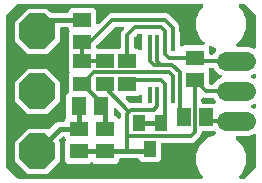
<source format=gbr>
G04 EAGLE Gerber X2 export*
%TF.Part,Single*%
%TF.FileFunction,Copper,L2,Bot,Mixed*%
%TF.FilePolarity,Positive*%
%TF.GenerationSoftware,Autodesk,EAGLE,8.6.0*%
%TF.CreationDate,2018-01-28T11:53:51Z*%
G75*
%MOMM*%
%FSLAX34Y34*%
%LPD*%
%AMOC8*
5,1,8,0,0,1.08239X$1,22.5*%
G01*
%ADD10R,0.400000X1.400000*%
%ADD11R,1.500000X1.300000*%
%ADD12R,1.300000X1.500000*%
%ADD13C,1.650000*%
%ADD14R,1.000000X1.400000*%
%ADD15P,3.247170X8X292.500000*%
%ADD16C,0.406400*%
%ADD17C,0.304800*%

G36*
X62941Y2218D02*
X62941Y2218D01*
X63041Y2220D01*
X63114Y2238D01*
X63188Y2247D01*
X63282Y2280D01*
X63379Y2305D01*
X63446Y2339D01*
X63516Y2364D01*
X63600Y2419D01*
X63689Y2465D01*
X63746Y2513D01*
X63808Y2553D01*
X63878Y2625D01*
X63955Y2690D01*
X63999Y2750D01*
X64051Y2804D01*
X64102Y2890D01*
X64162Y2971D01*
X64191Y3039D01*
X64229Y3103D01*
X64260Y3199D01*
X64300Y3291D01*
X64313Y3364D01*
X64336Y3435D01*
X64344Y3535D01*
X64362Y3634D01*
X64358Y3708D01*
X64364Y3782D01*
X64349Y3882D01*
X64344Y3982D01*
X64323Y4053D01*
X64312Y4127D01*
X64275Y4220D01*
X64247Y4317D01*
X64211Y4382D01*
X64183Y4451D01*
X64126Y4533D01*
X64077Y4621D01*
X64012Y4697D01*
X63984Y4737D01*
X63958Y4761D01*
X63918Y4807D01*
X61571Y7154D01*
X58374Y14873D01*
X58374Y23227D01*
X61571Y30946D01*
X67479Y36854D01*
X73819Y39480D01*
X73863Y39504D01*
X73911Y39521D01*
X74015Y39589D01*
X74124Y39649D01*
X74161Y39683D01*
X74203Y39710D01*
X74290Y39800D01*
X74382Y39883D01*
X74411Y39925D01*
X74446Y39961D01*
X74509Y40068D01*
X74580Y40170D01*
X74599Y40217D01*
X74624Y40260D01*
X74662Y40378D01*
X74708Y40494D01*
X74715Y40544D01*
X74731Y40592D01*
X74741Y40716D01*
X74759Y40839D01*
X74755Y40889D01*
X74759Y40939D01*
X74740Y41062D01*
X74730Y41186D01*
X74714Y41234D01*
X74707Y41284D01*
X74661Y41399D01*
X74623Y41518D01*
X74597Y41561D01*
X74578Y41608D01*
X74507Y41710D01*
X74443Y41816D01*
X74408Y41853D01*
X74379Y41894D01*
X74287Y41977D01*
X74200Y42066D01*
X74158Y42094D01*
X74121Y42127D01*
X74012Y42187D01*
X73907Y42255D01*
X73860Y42272D01*
X73815Y42296D01*
X73696Y42330D01*
X73579Y42371D01*
X73529Y42377D01*
X73480Y42391D01*
X73236Y42410D01*
X64262Y42410D01*
X64236Y42407D01*
X64210Y42409D01*
X64063Y42387D01*
X63916Y42370D01*
X63891Y42362D01*
X63865Y42358D01*
X63727Y42303D01*
X63588Y42253D01*
X63566Y42239D01*
X63541Y42229D01*
X63420Y42144D01*
X63295Y42064D01*
X63277Y42045D01*
X63255Y42030D01*
X63156Y41920D01*
X63053Y41813D01*
X63039Y41791D01*
X63022Y41771D01*
X62950Y41641D01*
X62874Y41514D01*
X62866Y41489D01*
X62853Y41466D01*
X62813Y41323D01*
X62768Y41182D01*
X62766Y41156D01*
X62758Y41131D01*
X62739Y40887D01*
X62739Y40163D01*
X61888Y38109D01*
X57141Y33362D01*
X55087Y32511D01*
X29638Y32511D01*
X29612Y32508D01*
X29586Y32510D01*
X29439Y32488D01*
X29292Y32471D01*
X29267Y32463D01*
X29241Y32459D01*
X29103Y32404D01*
X28964Y32354D01*
X28942Y32340D01*
X28917Y32330D01*
X28796Y32245D01*
X28671Y32165D01*
X28653Y32146D01*
X28631Y32131D01*
X28532Y32021D01*
X28429Y31914D01*
X28415Y31892D01*
X28398Y31872D01*
X28326Y31742D01*
X28250Y31615D01*
X28242Y31590D01*
X28229Y31567D01*
X28189Y31424D01*
X28144Y31283D01*
X28142Y31257D01*
X28134Y31232D01*
X28115Y30988D01*
X28115Y18416D01*
X25734Y16035D01*
X12366Y16035D01*
X9656Y18746D01*
X9639Y18772D01*
X9620Y18790D01*
X9605Y18812D01*
X9495Y18911D01*
X9388Y19014D01*
X9366Y19028D01*
X9346Y19045D01*
X9216Y19117D01*
X9089Y19193D01*
X9064Y19201D01*
X9041Y19214D01*
X8898Y19254D01*
X8757Y19299D01*
X8731Y19301D01*
X8706Y19309D01*
X8462Y19328D01*
X-5962Y19328D01*
X-5988Y19325D01*
X-6014Y19327D01*
X-6161Y19305D01*
X-6308Y19288D01*
X-6333Y19280D01*
X-6359Y19276D01*
X-6497Y19221D01*
X-6636Y19171D01*
X-6658Y19157D01*
X-6683Y19147D01*
X-6804Y19062D01*
X-6929Y18982D01*
X-6947Y18963D01*
X-6969Y18948D01*
X-7068Y18838D01*
X-7171Y18731D01*
X-7185Y18709D01*
X-7202Y18689D01*
X-7274Y18559D01*
X-7350Y18432D01*
X-7358Y18407D01*
X-7371Y18384D01*
X-7411Y18241D01*
X-7456Y18100D01*
X-7458Y18074D01*
X-7466Y18049D01*
X-7485Y17805D01*
X-7485Y17241D01*
X-9866Y14860D01*
X-28234Y14860D01*
X-29085Y15712D01*
X-29106Y15728D01*
X-29123Y15748D01*
X-29242Y15836D01*
X-29358Y15929D01*
X-29382Y15940D01*
X-29403Y15955D01*
X-29539Y16014D01*
X-29673Y16078D01*
X-29699Y16083D01*
X-29723Y16093D01*
X-29869Y16120D01*
X-30014Y16151D01*
X-30040Y16150D01*
X-30066Y16155D01*
X-30215Y16147D01*
X-30363Y16145D01*
X-30388Y16139D01*
X-30414Y16137D01*
X-30557Y16096D01*
X-30701Y16060D01*
X-30724Y16048D01*
X-30749Y16041D01*
X-30879Y15968D01*
X-31010Y15900D01*
X-31030Y15883D01*
X-31053Y15870D01*
X-31240Y15712D01*
X-32091Y14860D01*
X-50459Y14860D01*
X-52840Y17241D01*
X-52840Y33609D01*
X-52601Y33848D01*
X-52584Y33868D01*
X-52564Y33885D01*
X-52476Y34005D01*
X-52384Y34121D01*
X-52373Y34145D01*
X-52357Y34166D01*
X-52298Y34302D01*
X-52235Y34436D01*
X-52229Y34462D01*
X-52219Y34486D01*
X-52193Y34632D01*
X-52162Y34777D01*
X-52162Y34803D01*
X-52157Y34829D01*
X-52165Y34977D01*
X-52168Y35125D01*
X-52174Y35151D01*
X-52175Y35177D01*
X-52216Y35319D01*
X-52253Y35463D01*
X-52265Y35486D01*
X-52272Y35512D01*
X-52344Y35641D01*
X-52412Y35773D01*
X-52429Y35793D01*
X-52442Y35816D01*
X-52601Y36002D01*
X-52840Y36241D01*
X-52840Y36461D01*
X-52851Y36561D01*
X-52853Y36661D01*
X-52871Y36733D01*
X-52880Y36807D01*
X-52913Y36901D01*
X-52938Y36999D01*
X-52972Y37065D01*
X-52997Y37135D01*
X-53052Y37219D01*
X-53098Y37309D01*
X-53146Y37365D01*
X-53186Y37428D01*
X-53258Y37498D01*
X-53323Y37574D01*
X-53383Y37618D01*
X-53437Y37670D01*
X-53523Y37722D01*
X-53604Y37781D01*
X-53672Y37811D01*
X-53736Y37849D01*
X-53832Y37880D01*
X-53924Y37919D01*
X-53997Y37932D01*
X-54068Y37955D01*
X-54168Y37963D01*
X-54267Y37981D01*
X-54341Y37977D01*
X-54415Y37983D01*
X-54515Y37968D01*
X-54615Y37963D01*
X-54686Y37942D01*
X-54760Y37931D01*
X-54853Y37894D01*
X-54950Y37866D01*
X-55015Y37830D01*
X-55084Y37803D01*
X-55166Y37745D01*
X-55254Y37696D01*
X-55330Y37631D01*
X-55370Y37604D01*
X-55394Y37577D01*
X-55440Y37538D01*
X-57331Y35647D01*
X-57347Y35626D01*
X-57367Y35609D01*
X-57456Y35490D01*
X-57548Y35374D01*
X-57559Y35350D01*
X-57574Y35329D01*
X-57633Y35193D01*
X-57697Y35059D01*
X-57702Y35033D01*
X-57713Y35009D01*
X-57739Y34862D01*
X-57770Y34718D01*
X-57770Y34692D01*
X-57774Y34666D01*
X-57767Y34517D01*
X-57764Y34370D01*
X-57758Y34344D01*
X-57756Y34318D01*
X-57715Y34176D01*
X-57679Y34032D01*
X-57667Y34008D01*
X-57660Y33983D01*
X-57587Y33854D01*
X-57519Y33722D01*
X-57502Y33702D01*
X-57490Y33679D01*
X-57331Y33493D01*
X-57135Y33297D01*
X-57135Y17503D01*
X-68303Y6335D01*
X-84097Y6335D01*
X-95265Y17503D01*
X-95265Y33297D01*
X-84097Y44465D01*
X-68303Y44465D01*
X-68107Y44269D01*
X-68087Y44253D01*
X-68070Y44233D01*
X-67951Y44145D01*
X-67834Y44052D01*
X-67811Y44041D01*
X-67790Y44026D01*
X-67654Y43967D01*
X-67519Y43903D01*
X-67494Y43898D01*
X-67470Y43888D01*
X-67324Y43861D01*
X-67179Y43830D01*
X-67152Y43830D01*
X-67127Y43826D01*
X-66978Y43833D01*
X-66830Y43836D01*
X-66805Y43842D01*
X-66778Y43844D01*
X-66636Y43885D01*
X-66492Y43921D01*
X-66469Y43933D01*
X-66444Y43940D01*
X-66314Y44013D01*
X-66182Y44081D01*
X-66162Y44098D01*
X-66139Y44110D01*
X-65953Y44269D01*
X-60629Y49594D01*
X-58388Y50522D01*
X-54363Y50522D01*
X-54337Y50525D01*
X-54311Y50523D01*
X-54164Y50545D01*
X-54017Y50562D01*
X-53992Y50570D01*
X-53966Y50574D01*
X-53828Y50629D01*
X-53689Y50679D01*
X-53667Y50693D01*
X-53642Y50703D01*
X-53521Y50788D01*
X-53396Y50868D01*
X-53378Y50887D01*
X-53356Y50902D01*
X-53257Y51012D01*
X-53154Y51119D01*
X-53140Y51141D01*
X-53123Y51161D01*
X-53051Y51291D01*
X-52975Y51418D01*
X-52967Y51443D01*
X-52954Y51466D01*
X-52914Y51609D01*
X-52869Y51750D01*
X-52867Y51776D01*
X-52859Y51801D01*
X-52840Y52045D01*
X-52840Y52609D01*
X-52261Y53188D01*
X-52182Y53287D01*
X-52098Y53380D01*
X-52074Y53423D01*
X-52044Y53461D01*
X-51990Y53575D01*
X-51929Y53685D01*
X-51916Y53732D01*
X-51895Y53776D01*
X-51869Y53899D01*
X-51834Y54021D01*
X-51829Y54082D01*
X-51822Y54116D01*
X-51823Y54164D01*
X-51815Y54265D01*
X-51815Y72684D01*
X-50111Y74388D01*
X-50032Y74487D01*
X-49948Y74580D01*
X-49924Y74623D01*
X-49894Y74661D01*
X-49840Y74775D01*
X-49779Y74885D01*
X-49766Y74932D01*
X-49745Y74976D01*
X-49719Y75099D01*
X-49684Y75221D01*
X-49679Y75282D01*
X-49672Y75316D01*
X-49673Y75364D01*
X-49665Y75465D01*
X-49665Y90759D01*
X-49426Y90998D01*
X-49409Y91018D01*
X-49389Y91035D01*
X-49323Y91125D01*
X-49297Y91152D01*
X-49277Y91184D01*
X-49209Y91271D01*
X-49198Y91295D01*
X-49182Y91316D01*
X-49138Y91417D01*
X-49118Y91451D01*
X-49106Y91489D01*
X-49060Y91586D01*
X-49054Y91612D01*
X-49044Y91636D01*
X-49025Y91742D01*
X-49012Y91783D01*
X-49008Y91826D01*
X-48987Y91927D01*
X-48987Y91953D01*
X-48982Y91979D01*
X-48988Y92082D01*
X-48984Y92131D01*
X-48991Y92179D01*
X-48993Y92275D01*
X-48999Y92301D01*
X-49000Y92327D01*
X-49027Y92420D01*
X-49035Y92475D01*
X-49056Y92527D01*
X-49078Y92613D01*
X-49090Y92637D01*
X-49097Y92662D01*
X-49140Y92740D01*
X-49164Y92799D01*
X-49200Y92851D01*
X-49237Y92923D01*
X-49254Y92943D01*
X-49267Y92966D01*
X-49338Y93049D01*
X-49363Y93085D01*
X-49387Y93107D01*
X-49426Y93152D01*
X-49665Y93391D01*
X-49665Y125684D01*
X-49426Y125923D01*
X-49409Y125943D01*
X-49389Y125960D01*
X-49301Y126080D01*
X-49209Y126196D01*
X-49198Y126220D01*
X-49182Y126241D01*
X-49123Y126377D01*
X-49060Y126511D01*
X-49054Y126537D01*
X-49044Y126561D01*
X-49018Y126707D01*
X-48987Y126852D01*
X-48987Y126878D01*
X-48982Y126904D01*
X-48990Y127052D01*
X-48993Y127200D01*
X-48999Y127226D01*
X-49000Y127252D01*
X-49041Y127394D01*
X-49078Y127538D01*
X-49090Y127562D01*
X-49097Y127587D01*
X-49169Y127716D01*
X-49237Y127848D01*
X-49254Y127868D01*
X-49267Y127891D01*
X-49426Y128077D01*
X-49665Y128316D01*
X-49665Y128880D01*
X-49668Y128906D01*
X-49666Y128932D01*
X-49688Y129079D01*
X-49705Y129226D01*
X-49713Y129251D01*
X-49717Y129277D01*
X-49772Y129415D01*
X-49822Y129554D01*
X-49836Y129576D01*
X-49846Y129601D01*
X-49931Y129722D01*
X-50011Y129847D01*
X-50030Y129865D01*
X-50045Y129887D01*
X-50155Y129986D01*
X-50262Y130089D01*
X-50284Y130103D01*
X-50304Y130120D01*
X-50434Y130192D01*
X-50561Y130268D01*
X-50586Y130276D01*
X-50609Y130289D01*
X-50752Y130329D01*
X-50893Y130374D01*
X-50919Y130376D01*
X-50944Y130384D01*
X-51188Y130403D01*
X-55612Y130403D01*
X-55638Y130400D01*
X-55664Y130402D01*
X-55811Y130380D01*
X-55958Y130363D01*
X-55983Y130355D01*
X-56009Y130351D01*
X-56147Y130296D01*
X-56286Y130246D01*
X-56308Y130232D01*
X-56333Y130222D01*
X-56454Y130137D01*
X-56579Y130057D01*
X-56597Y130038D01*
X-56619Y130023D01*
X-56718Y129913D01*
X-56821Y129806D01*
X-56835Y129784D01*
X-56852Y129764D01*
X-56924Y129634D01*
X-57000Y129507D01*
X-57008Y129482D01*
X-57021Y129459D01*
X-57061Y129316D01*
X-57106Y129175D01*
X-57108Y129149D01*
X-57116Y129124D01*
X-57135Y128880D01*
X-57135Y119103D01*
X-68303Y107935D01*
X-84097Y107935D01*
X-95265Y119103D01*
X-95265Y134897D01*
X-84097Y146065D01*
X-68303Y146065D01*
X-65281Y143043D01*
X-65182Y142964D01*
X-65088Y142880D01*
X-65046Y142856D01*
X-65008Y142826D01*
X-64894Y142772D01*
X-64783Y142711D01*
X-64737Y142698D01*
X-64693Y142677D01*
X-64570Y142651D01*
X-64448Y142616D01*
X-64387Y142611D01*
X-64353Y142604D01*
X-64304Y142605D01*
X-64204Y142597D01*
X-51188Y142597D01*
X-51162Y142600D01*
X-51136Y142598D01*
X-50989Y142620D01*
X-50842Y142637D01*
X-50817Y142645D01*
X-50791Y142649D01*
X-50653Y142704D01*
X-50514Y142754D01*
X-50492Y142768D01*
X-50467Y142778D01*
X-50346Y142863D01*
X-50221Y142943D01*
X-50203Y142962D01*
X-50181Y142977D01*
X-50082Y143087D01*
X-49979Y143194D01*
X-49965Y143216D01*
X-49948Y143236D01*
X-49876Y143366D01*
X-49800Y143493D01*
X-49792Y143518D01*
X-49779Y143541D01*
X-49739Y143684D01*
X-49694Y143825D01*
X-49692Y143851D01*
X-49684Y143876D01*
X-49665Y144120D01*
X-49665Y144684D01*
X-47284Y147065D01*
X-28916Y147065D01*
X-26535Y144684D01*
X-26535Y134271D01*
X-26524Y134171D01*
X-26522Y134071D01*
X-26504Y133999D01*
X-26495Y133925D01*
X-26462Y133830D01*
X-26437Y133733D01*
X-26403Y133667D01*
X-26378Y133597D01*
X-26323Y133512D01*
X-26277Y133423D01*
X-26229Y133366D01*
X-26189Y133304D01*
X-26117Y133234D01*
X-26052Y133157D01*
X-25992Y133113D01*
X-25938Y133062D01*
X-25852Y133010D01*
X-25771Y132950D01*
X-25703Y132921D01*
X-25639Y132883D01*
X-25543Y132852D01*
X-25451Y132812D01*
X-25378Y132799D01*
X-25307Y132776D01*
X-25207Y132768D01*
X-25108Y132751D01*
X-25034Y132754D01*
X-24960Y132748D01*
X-24860Y132763D01*
X-24760Y132769D01*
X-24689Y132789D01*
X-24615Y132800D01*
X-24522Y132837D01*
X-24425Y132865D01*
X-24360Y132901D01*
X-24291Y132929D01*
X-24209Y132986D01*
X-24121Y133035D01*
X-24045Y133100D01*
X-24005Y133128D01*
X-23981Y133154D01*
X-23935Y133194D01*
X-15866Y141263D01*
X-13812Y142114D01*
X32862Y142114D01*
X34916Y141263D01*
X36702Y139477D01*
X36702Y139476D01*
X43063Y133116D01*
X43914Y131062D01*
X43914Y127041D01*
X43928Y126915D01*
X43935Y126789D01*
X43948Y126742D01*
X43954Y126694D01*
X43996Y126575D01*
X44031Y126454D01*
X44055Y126412D01*
X44071Y126366D01*
X44140Y126260D01*
X44201Y126150D01*
X44241Y126104D01*
X44260Y126074D01*
X44295Y126040D01*
X44360Y125964D01*
X44390Y125934D01*
X44390Y115416D01*
X44401Y115316D01*
X44403Y115215D01*
X44421Y115143D01*
X44430Y115069D01*
X44463Y114975D01*
X44488Y114877D01*
X44522Y114811D01*
X44547Y114741D01*
X44602Y114657D01*
X44648Y114568D01*
X44696Y114511D01*
X44736Y114448D01*
X44808Y114379D01*
X44873Y114302D01*
X44933Y114258D01*
X44987Y114206D01*
X45073Y114155D01*
X45154Y114095D01*
X45222Y114066D01*
X45286Y114027D01*
X45382Y113997D01*
X45474Y113957D01*
X45547Y113944D01*
X45618Y113921D01*
X45718Y113913D01*
X45817Y113895D01*
X45891Y113899D01*
X45965Y113893D01*
X46065Y113908D01*
X46165Y113913D01*
X46236Y113934D01*
X46310Y113945D01*
X46403Y113982D01*
X46500Y114010D01*
X46565Y114046D01*
X46634Y114074D01*
X46716Y114131D01*
X46804Y114180D01*
X46880Y114245D01*
X46920Y114273D01*
X46944Y114299D01*
X46990Y114338D01*
X47966Y115315D01*
X64033Y115315D01*
X64133Y115326D01*
X64233Y115328D01*
X64306Y115346D01*
X64380Y115355D01*
X64474Y115388D01*
X64571Y115413D01*
X64638Y115447D01*
X64708Y115472D01*
X64792Y115527D01*
X64881Y115573D01*
X64938Y115621D01*
X65000Y115661D01*
X65070Y115733D01*
X65147Y115798D01*
X65191Y115858D01*
X65243Y115912D01*
X65294Y115998D01*
X65354Y116079D01*
X65383Y116147D01*
X65421Y116211D01*
X65452Y116307D01*
X65492Y116399D01*
X65505Y116472D01*
X65528Y116543D01*
X65536Y116643D01*
X65554Y116742D01*
X65550Y116816D01*
X65556Y116890D01*
X65541Y116990D01*
X65536Y117090D01*
X65515Y117161D01*
X65504Y117235D01*
X65467Y117328D01*
X65439Y117425D01*
X65403Y117490D01*
X65375Y117559D01*
X65318Y117641D01*
X65269Y117729D01*
X65204Y117805D01*
X65176Y117845D01*
X65150Y117869D01*
X65110Y117915D01*
X61571Y121454D01*
X58374Y129173D01*
X58374Y137527D01*
X61571Y145246D01*
X63918Y147593D01*
X63981Y147671D01*
X64051Y147744D01*
X64089Y147808D01*
X64135Y147866D01*
X64178Y147957D01*
X64229Y148043D01*
X64252Y148114D01*
X64284Y148181D01*
X64305Y148279D01*
X64336Y148375D01*
X64342Y148449D01*
X64357Y148522D01*
X64356Y148622D01*
X64364Y148722D01*
X64353Y148796D01*
X64351Y148870D01*
X64327Y148967D01*
X64312Y149067D01*
X64284Y149136D01*
X64266Y149208D01*
X64220Y149297D01*
X64183Y149391D01*
X64141Y149452D01*
X64107Y149518D01*
X64042Y149594D01*
X63984Y149677D01*
X63929Y149727D01*
X63881Y149783D01*
X63800Y149843D01*
X63726Y149910D01*
X63660Y149946D01*
X63601Y149991D01*
X63508Y150030D01*
X63420Y150079D01*
X63349Y150099D01*
X63281Y150129D01*
X63182Y150146D01*
X63085Y150174D01*
X62985Y150182D01*
X62938Y150190D01*
X62902Y150188D01*
X62841Y150193D01*
X-92390Y150193D01*
X-92515Y150179D01*
X-92642Y150172D01*
X-92688Y150159D01*
X-92736Y150153D01*
X-92855Y150111D01*
X-92977Y150076D01*
X-93019Y150052D01*
X-93064Y150036D01*
X-93170Y149967D01*
X-93281Y149906D01*
X-93327Y149866D01*
X-93357Y149847D01*
X-93391Y149812D01*
X-93467Y149747D01*
X-102122Y141092D01*
X-102201Y140993D01*
X-102285Y140899D01*
X-102309Y140857D01*
X-102339Y140819D01*
X-102393Y140705D01*
X-102454Y140594D01*
X-102467Y140548D01*
X-102488Y140504D01*
X-102514Y140380D01*
X-102549Y140259D01*
X-102554Y140198D01*
X-102561Y140163D01*
X-102560Y140115D01*
X-102568Y140015D01*
X-102568Y12385D01*
X-102554Y12260D01*
X-102547Y12133D01*
X-102534Y12087D01*
X-102528Y12039D01*
X-102486Y11920D01*
X-102451Y11798D01*
X-102427Y11756D01*
X-102411Y11711D01*
X-102342Y11605D01*
X-102281Y11494D01*
X-102241Y11448D01*
X-102222Y11418D01*
X-102187Y11384D01*
X-102122Y11308D01*
X-93467Y2653D01*
X-93368Y2574D01*
X-93274Y2490D01*
X-93232Y2466D01*
X-93194Y2436D01*
X-93080Y2382D01*
X-92969Y2321D01*
X-92923Y2308D01*
X-92879Y2287D01*
X-92756Y2261D01*
X-92634Y2226D01*
X-92573Y2221D01*
X-92538Y2214D01*
X-92490Y2215D01*
X-92390Y2207D01*
X62841Y2207D01*
X62941Y2218D01*
G37*
%LPC*%
G36*
X-84097Y57135D02*
X-84097Y57135D01*
X-95265Y68303D01*
X-95265Y84097D01*
X-84097Y95265D01*
X-68303Y95265D01*
X-57135Y84097D01*
X-57135Y68303D01*
X-68303Y57135D01*
X-84097Y57135D01*
G37*
%LPD*%
G36*
X98865Y2221D02*
X98865Y2221D01*
X98992Y2228D01*
X99038Y2241D01*
X99086Y2247D01*
X99205Y2289D01*
X99327Y2324D01*
X99369Y2348D01*
X99414Y2364D01*
X99521Y2433D01*
X99631Y2494D01*
X99677Y2534D01*
X99707Y2553D01*
X99741Y2588D01*
X99817Y2653D01*
X108472Y11308D01*
X108551Y11407D01*
X108635Y11501D01*
X108659Y11543D01*
X108689Y11581D01*
X108743Y11695D01*
X108804Y11806D01*
X108817Y11852D01*
X108838Y11896D01*
X108864Y12020D01*
X108899Y12141D01*
X108904Y12202D01*
X108911Y12237D01*
X108910Y12285D01*
X108918Y12385D01*
X108918Y38750D01*
X108901Y38899D01*
X108889Y39050D01*
X108881Y39073D01*
X108878Y39097D01*
X108828Y39238D01*
X108782Y39381D01*
X108769Y39402D01*
X108761Y39425D01*
X108679Y39551D01*
X108602Y39680D01*
X108585Y39697D01*
X108572Y39718D01*
X108463Y39822D01*
X108359Y39930D01*
X108339Y39943D01*
X108321Y39960D01*
X108192Y40037D01*
X108066Y40118D01*
X108043Y40126D01*
X108022Y40139D01*
X107879Y40184D01*
X107737Y40235D01*
X107713Y40237D01*
X107690Y40245D01*
X107541Y40257D01*
X107391Y40274D01*
X107367Y40271D01*
X107343Y40273D01*
X107194Y40250D01*
X107045Y40233D01*
X107017Y40224D01*
X106998Y40221D01*
X106954Y40204D01*
X106812Y40158D01*
X102775Y38485D01*
X93317Y38485D01*
X93217Y38474D01*
X93117Y38472D01*
X93044Y38454D01*
X92970Y38445D01*
X92876Y38412D01*
X92779Y38387D01*
X92712Y38353D01*
X92642Y38328D01*
X92558Y38273D01*
X92469Y38227D01*
X92412Y38179D01*
X92350Y38139D01*
X92280Y38067D01*
X92203Y38002D01*
X92159Y37942D01*
X92107Y37888D01*
X92056Y37802D01*
X91996Y37721D01*
X91967Y37653D01*
X91929Y37589D01*
X91898Y37493D01*
X91858Y37401D01*
X91845Y37328D01*
X91822Y37257D01*
X91814Y37157D01*
X91796Y37058D01*
X91800Y36984D01*
X91794Y36910D01*
X91809Y36810D01*
X91814Y36710D01*
X91835Y36639D01*
X91846Y36565D01*
X91883Y36472D01*
X91911Y36375D01*
X91947Y36310D01*
X91975Y36241D01*
X92032Y36159D01*
X92081Y36071D01*
X92146Y35995D01*
X92174Y35955D01*
X92200Y35931D01*
X92240Y35885D01*
X97179Y30946D01*
X100376Y23227D01*
X100376Y14873D01*
X97179Y7154D01*
X94832Y4807D01*
X94769Y4729D01*
X94699Y4656D01*
X94661Y4592D01*
X94615Y4534D01*
X94572Y4443D01*
X94521Y4357D01*
X94498Y4286D01*
X94466Y4219D01*
X94445Y4121D01*
X94414Y4025D01*
X94408Y3951D01*
X94393Y3878D01*
X94394Y3778D01*
X94386Y3678D01*
X94397Y3604D01*
X94399Y3530D01*
X94423Y3433D01*
X94438Y3333D01*
X94466Y3264D01*
X94484Y3192D01*
X94530Y3103D01*
X94567Y3009D01*
X94609Y2948D01*
X94643Y2882D01*
X94708Y2806D01*
X94766Y2723D01*
X94821Y2673D01*
X94869Y2617D01*
X94950Y2557D01*
X95024Y2490D01*
X95090Y2454D01*
X95149Y2409D01*
X95242Y2370D01*
X95330Y2321D01*
X95401Y2301D01*
X95469Y2271D01*
X95568Y2254D01*
X95665Y2226D01*
X95765Y2218D01*
X95812Y2210D01*
X95848Y2212D01*
X95909Y2207D01*
X98740Y2207D01*
X98865Y2221D01*
G37*
G36*
X107471Y112131D02*
X107471Y112131D01*
X107495Y112130D01*
X107643Y112157D01*
X107792Y112179D01*
X107814Y112188D01*
X107838Y112192D01*
X107976Y112252D01*
X108116Y112308D01*
X108136Y112321D01*
X108158Y112331D01*
X108279Y112421D01*
X108402Y112507D01*
X108418Y112525D01*
X108438Y112539D01*
X108535Y112654D01*
X108635Y112765D01*
X108647Y112787D01*
X108663Y112805D01*
X108731Y112939D01*
X108804Y113070D01*
X108810Y113094D01*
X108821Y113115D01*
X108858Y113261D01*
X108899Y113406D01*
X108901Y113435D01*
X108906Y113453D01*
X108906Y113500D01*
X108918Y113650D01*
X108918Y140015D01*
X108904Y140140D01*
X108897Y140267D01*
X108884Y140313D01*
X108878Y140361D01*
X108836Y140480D01*
X108801Y140602D01*
X108777Y140644D01*
X108761Y140689D01*
X108692Y140795D01*
X108631Y140906D01*
X108591Y140952D01*
X108572Y140982D01*
X108537Y141016D01*
X108472Y141092D01*
X99817Y149747D01*
X99718Y149826D01*
X99624Y149910D01*
X99582Y149934D01*
X99544Y149964D01*
X99430Y150018D01*
X99319Y150079D01*
X99273Y150092D01*
X99229Y150113D01*
X99105Y150139D01*
X98984Y150174D01*
X98923Y150179D01*
X98888Y150186D01*
X98840Y150185D01*
X98740Y150193D01*
X95909Y150193D01*
X95809Y150182D01*
X95709Y150180D01*
X95636Y150162D01*
X95562Y150153D01*
X95468Y150120D01*
X95371Y150095D01*
X95304Y150061D01*
X95234Y150036D01*
X95150Y149981D01*
X95061Y149935D01*
X95004Y149887D01*
X94942Y149847D01*
X94872Y149775D01*
X94795Y149710D01*
X94751Y149650D01*
X94699Y149596D01*
X94648Y149510D01*
X94588Y149429D01*
X94559Y149361D01*
X94521Y149297D01*
X94490Y149201D01*
X94450Y149109D01*
X94437Y149036D01*
X94414Y148965D01*
X94406Y148865D01*
X94388Y148766D01*
X94392Y148692D01*
X94386Y148618D01*
X94401Y148518D01*
X94406Y148418D01*
X94427Y148347D01*
X94438Y148273D01*
X94475Y148180D01*
X94503Y148083D01*
X94539Y148018D01*
X94567Y147949D01*
X94624Y147867D01*
X94673Y147779D01*
X94738Y147703D01*
X94766Y147663D01*
X94792Y147639D01*
X94832Y147593D01*
X97179Y145246D01*
X100376Y137527D01*
X100376Y129173D01*
X97179Y121454D01*
X92240Y116515D01*
X92177Y116437D01*
X92107Y116364D01*
X92069Y116300D01*
X92023Y116242D01*
X91980Y116151D01*
X91929Y116065D01*
X91906Y115994D01*
X91874Y115927D01*
X91853Y115829D01*
X91822Y115733D01*
X91816Y115659D01*
X91801Y115586D01*
X91802Y115486D01*
X91794Y115386D01*
X91805Y115312D01*
X91807Y115238D01*
X91831Y115141D01*
X91846Y115041D01*
X91874Y114972D01*
X91892Y114900D01*
X91938Y114810D01*
X91975Y114717D01*
X92017Y114656D01*
X92051Y114590D01*
X92116Y114513D01*
X92174Y114431D01*
X92229Y114381D01*
X92277Y114325D01*
X92358Y114265D01*
X92432Y114198D01*
X92498Y114162D01*
X92557Y114117D01*
X92650Y114078D01*
X92738Y114029D01*
X92809Y114009D01*
X92877Y113979D01*
X92976Y113962D01*
X93073Y113934D01*
X93173Y113926D01*
X93220Y113918D01*
X93256Y113920D01*
X93317Y113915D01*
X102775Y113915D01*
X106812Y112242D01*
X106957Y112201D01*
X107100Y112155D01*
X107124Y112153D01*
X107147Y112147D01*
X107298Y112139D01*
X107447Y112127D01*
X107471Y112131D01*
G37*
G36*
X-7086Y112143D02*
X-7086Y112143D01*
X-7060Y112141D01*
X-6913Y112163D01*
X-6766Y112180D01*
X-6741Y112188D01*
X-6715Y112192D01*
X-6577Y112247D01*
X-6438Y112297D01*
X-6416Y112311D01*
X-6391Y112321D01*
X-6270Y112406D01*
X-6145Y112486D01*
X-6127Y112505D01*
X-6105Y112520D01*
X-6006Y112630D01*
X-5903Y112737D01*
X-5889Y112759D01*
X-5872Y112779D01*
X-5800Y112909D01*
X-5724Y113036D01*
X-5716Y113061D01*
X-5703Y113084D01*
X-5663Y113227D01*
X-5618Y113368D01*
X-5616Y113394D01*
X-5608Y113419D01*
X-5589Y113663D01*
X-5589Y124937D01*
X-4738Y126991D01*
X-3393Y128336D01*
X-3330Y128415D01*
X-3261Y128487D01*
X-3222Y128551D01*
X-3176Y128609D01*
X-3133Y128700D01*
X-3082Y128786D01*
X-3059Y128857D01*
X-3027Y128924D01*
X-3006Y129022D01*
X-2975Y129118D01*
X-2969Y129192D01*
X-2954Y129265D01*
X-2956Y129365D01*
X-2947Y129465D01*
X-2959Y129539D01*
X-2960Y129613D01*
X-2984Y129710D01*
X-2999Y129810D01*
X-3027Y129879D01*
X-3045Y129951D01*
X-3091Y130040D01*
X-3128Y130134D01*
X-3170Y130195D01*
X-3204Y130261D01*
X-3270Y130337D01*
X-3327Y130420D01*
X-3382Y130470D01*
X-3430Y130526D01*
X-3511Y130586D01*
X-3586Y130653D01*
X-3651Y130689D01*
X-3711Y130734D01*
X-3803Y130773D01*
X-3891Y130822D01*
X-3962Y130842D01*
X-4031Y130872D01*
X-4129Y130889D01*
X-4226Y130917D01*
X-4326Y130925D01*
X-4374Y130933D01*
X-4409Y130931D01*
X-4470Y130936D01*
X-9754Y130936D01*
X-9880Y130922D01*
X-10006Y130915D01*
X-10052Y130902D01*
X-10100Y130896D01*
X-10219Y130854D01*
X-10341Y130819D01*
X-10383Y130795D01*
X-10428Y130779D01*
X-10535Y130710D01*
X-10645Y130649D01*
X-10691Y130609D01*
X-10721Y130590D01*
X-10755Y130555D01*
X-10831Y130490D01*
X-26089Y115232D01*
X-26168Y115133D01*
X-26252Y115039D01*
X-26276Y114997D01*
X-26306Y114959D01*
X-26360Y114845D01*
X-26421Y114734D01*
X-26434Y114688D01*
X-26455Y114644D01*
X-26481Y114521D01*
X-26516Y114399D01*
X-26521Y114338D01*
X-26528Y114303D01*
X-26527Y114255D01*
X-26535Y114155D01*
X-26535Y113663D01*
X-26532Y113637D01*
X-26534Y113611D01*
X-26512Y113464D01*
X-26495Y113317D01*
X-26487Y113292D01*
X-26483Y113266D01*
X-26428Y113128D01*
X-26378Y112989D01*
X-26364Y112967D01*
X-26354Y112942D01*
X-26269Y112821D01*
X-26189Y112696D01*
X-26170Y112678D01*
X-26155Y112656D01*
X-26045Y112557D01*
X-25938Y112454D01*
X-25916Y112440D01*
X-25896Y112423D01*
X-25766Y112351D01*
X-25639Y112275D01*
X-25614Y112267D01*
X-25591Y112254D01*
X-25448Y112214D01*
X-25307Y112169D01*
X-25281Y112167D01*
X-25256Y112159D01*
X-25012Y112140D01*
X-7112Y112140D01*
X-7086Y112143D01*
G37*
G36*
X71869Y81797D02*
X71869Y81797D01*
X71945Y81796D01*
X72041Y81817D01*
X72139Y81829D01*
X72211Y81854D01*
X72286Y81871D01*
X72374Y81913D01*
X72467Y81946D01*
X72531Y81988D01*
X72600Y82020D01*
X72677Y82082D01*
X72760Y82135D01*
X72813Y82190D01*
X72873Y82238D01*
X72934Y82315D01*
X73002Y82386D01*
X73041Y82451D01*
X73089Y82511D01*
X73157Y82644D01*
X73181Y82685D01*
X73187Y82703D01*
X73200Y82729D01*
X73385Y83176D01*
X76849Y86640D01*
X78908Y87493D01*
X78996Y87542D01*
X79088Y87582D01*
X79148Y87626D01*
X79213Y87662D01*
X79287Y87729D01*
X79368Y87789D01*
X79416Y87846D01*
X79471Y87896D01*
X79528Y87979D01*
X79593Y88055D01*
X79627Y88122D01*
X79669Y88183D01*
X79706Y88276D01*
X79752Y88366D01*
X79770Y88438D01*
X79797Y88507D01*
X79811Y88606D01*
X79836Y88704D01*
X79837Y88778D01*
X79848Y88852D01*
X79839Y88952D01*
X79841Y89052D01*
X79825Y89125D01*
X79819Y89199D01*
X79788Y89295D01*
X79766Y89393D01*
X79735Y89460D01*
X79712Y89531D01*
X79660Y89617D01*
X79617Y89708D01*
X79570Y89766D01*
X79532Y89829D01*
X79462Y89901D01*
X79399Y89980D01*
X79341Y90026D01*
X79289Y90079D01*
X79205Y90134D01*
X79126Y90196D01*
X79036Y90242D01*
X78996Y90268D01*
X78962Y90280D01*
X78908Y90307D01*
X76849Y91160D01*
X73385Y94624D01*
X73200Y95071D01*
X73163Y95138D01*
X73135Y95209D01*
X73079Y95290D01*
X73031Y95376D01*
X72979Y95432D01*
X72936Y95495D01*
X72863Y95561D01*
X72797Y95634D01*
X72734Y95677D01*
X72677Y95728D01*
X72591Y95776D01*
X72510Y95832D01*
X72439Y95860D01*
X72372Y95897D01*
X72277Y95924D01*
X72186Y95960D01*
X72110Y95971D01*
X72037Y95992D01*
X71888Y96004D01*
X71841Y96011D01*
X71822Y96009D01*
X71793Y96011D01*
X70238Y96011D01*
X70212Y96008D01*
X70186Y96010D01*
X70039Y95988D01*
X69892Y95971D01*
X69867Y95963D01*
X69841Y95959D01*
X69703Y95904D01*
X69564Y95854D01*
X69542Y95840D01*
X69517Y95830D01*
X69396Y95745D01*
X69271Y95665D01*
X69253Y95646D01*
X69231Y95631D01*
X69132Y95521D01*
X69029Y95414D01*
X69015Y95392D01*
X68998Y95372D01*
X68926Y95242D01*
X68850Y95115D01*
X68842Y95090D01*
X68829Y95067D01*
X68789Y94924D01*
X68744Y94783D01*
X68742Y94757D01*
X68734Y94732D01*
X68715Y94488D01*
X68715Y83312D01*
X68718Y83286D01*
X68716Y83260D01*
X68738Y83113D01*
X68755Y82966D01*
X68763Y82941D01*
X68767Y82915D01*
X68822Y82777D01*
X68872Y82638D01*
X68886Y82616D01*
X68896Y82591D01*
X68981Y82470D01*
X69061Y82345D01*
X69080Y82327D01*
X69095Y82305D01*
X69205Y82206D01*
X69312Y82103D01*
X69334Y82089D01*
X69354Y82072D01*
X69484Y82000D01*
X69611Y81924D01*
X69636Y81916D01*
X69659Y81903D01*
X69802Y81863D01*
X69943Y81818D01*
X69969Y81816D01*
X69994Y81808D01*
X70238Y81789D01*
X71793Y81789D01*
X71869Y81797D01*
G37*
G36*
X11363Y110729D02*
X11363Y110729D01*
X11437Y110731D01*
X11534Y110755D01*
X11634Y110770D01*
X11703Y110797D01*
X11775Y110816D01*
X11864Y110862D01*
X11958Y110899D01*
X12019Y110941D01*
X12085Y110975D01*
X12161Y111040D01*
X12244Y111098D01*
X12294Y111153D01*
X12350Y111201D01*
X12410Y111282D01*
X12477Y111356D01*
X12513Y111422D01*
X12558Y111481D01*
X12597Y111573D01*
X12646Y111661D01*
X12666Y111733D01*
X12696Y111801D01*
X12713Y111900D01*
X12741Y111997D01*
X12749Y112097D01*
X12757Y112144D01*
X12755Y112180D01*
X12760Y112241D01*
X12760Y123063D01*
X12757Y123089D01*
X12759Y123115D01*
X12737Y123262D01*
X12720Y123409D01*
X12712Y123434D01*
X12708Y123460D01*
X12653Y123598D01*
X12603Y123737D01*
X12589Y123759D01*
X12579Y123784D01*
X12494Y123905D01*
X12414Y124030D01*
X12395Y124048D01*
X12380Y124070D01*
X12270Y124169D01*
X12163Y124272D01*
X12141Y124286D01*
X12121Y124303D01*
X11991Y124375D01*
X11864Y124451D01*
X11839Y124459D01*
X11816Y124472D01*
X11673Y124512D01*
X11532Y124557D01*
X11506Y124559D01*
X11481Y124567D01*
X11237Y124586D01*
X9296Y124586D01*
X9170Y124572D01*
X9044Y124565D01*
X8998Y124552D01*
X8950Y124546D01*
X8831Y124504D01*
X8709Y124469D01*
X8667Y124445D01*
X8622Y124429D01*
X8515Y124360D01*
X8405Y124299D01*
X8359Y124259D01*
X8329Y124240D01*
X8295Y124205D01*
X8219Y124140D01*
X6035Y121956D01*
X5956Y121857D01*
X5872Y121763D01*
X5848Y121721D01*
X5818Y121683D01*
X5764Y121569D01*
X5703Y121458D01*
X5690Y121412D01*
X5669Y121368D01*
X5643Y121245D01*
X5608Y121123D01*
X5603Y121062D01*
X5596Y121027D01*
X5597Y120979D01*
X5589Y120879D01*
X5589Y113663D01*
X5592Y113637D01*
X5590Y113611D01*
X5612Y113464D01*
X5629Y113317D01*
X5637Y113292D01*
X5641Y113266D01*
X5696Y113128D01*
X5746Y112989D01*
X5760Y112967D01*
X5770Y112942D01*
X5855Y112821D01*
X5935Y112696D01*
X5954Y112678D01*
X5969Y112656D01*
X6079Y112557D01*
X6186Y112454D01*
X6208Y112440D01*
X6228Y112423D01*
X6358Y112351D01*
X6485Y112275D01*
X6510Y112267D01*
X6533Y112254D01*
X6676Y112214D01*
X6817Y112169D01*
X6843Y112167D01*
X6868Y112159D01*
X7112Y112140D01*
X9184Y112140D01*
X10160Y111163D01*
X10239Y111101D01*
X10311Y111031D01*
X10375Y110993D01*
X10433Y110947D01*
X10524Y110904D01*
X10610Y110852D01*
X10681Y110830D01*
X10748Y110798D01*
X10846Y110777D01*
X10942Y110746D01*
X11016Y110740D01*
X11089Y110725D01*
X11189Y110726D01*
X11289Y110718D01*
X11363Y110729D01*
G37*
G36*
X11263Y65917D02*
X11263Y65917D01*
X11289Y65915D01*
X11436Y65937D01*
X11583Y65954D01*
X11608Y65962D01*
X11634Y65966D01*
X11772Y66021D01*
X11911Y66071D01*
X11933Y66085D01*
X11958Y66095D01*
X12079Y66180D01*
X12204Y66260D01*
X12222Y66279D01*
X12244Y66294D01*
X12343Y66404D01*
X12446Y66511D01*
X12460Y66533D01*
X12477Y66553D01*
X12549Y66683D01*
X12625Y66810D01*
X12633Y66835D01*
X12646Y66858D01*
X12686Y67001D01*
X12731Y67142D01*
X12733Y67168D01*
X12741Y67193D01*
X12760Y67437D01*
X12760Y71909D01*
X12749Y72009D01*
X12747Y72110D01*
X12729Y72182D01*
X12720Y72256D01*
X12687Y72350D01*
X12662Y72448D01*
X12628Y72514D01*
X12603Y72584D01*
X12548Y72668D01*
X12502Y72757D01*
X12454Y72814D01*
X12414Y72877D01*
X12342Y72946D01*
X12277Y73023D01*
X12217Y73067D01*
X12163Y73119D01*
X12077Y73170D01*
X11996Y73230D01*
X11928Y73259D01*
X11864Y73298D01*
X11768Y73328D01*
X11676Y73368D01*
X11603Y73381D01*
X11532Y73404D01*
X11432Y73412D01*
X11333Y73430D01*
X11259Y73426D01*
X11185Y73432D01*
X11085Y73417D01*
X10985Y73412D01*
X10914Y73391D01*
X10840Y73380D01*
X10747Y73343D01*
X10650Y73315D01*
X10585Y73279D01*
X10516Y73251D01*
X10434Y73194D01*
X10346Y73145D01*
X10270Y73080D01*
X10230Y73052D01*
X10206Y73026D01*
X10160Y72987D01*
X9184Y72010D01*
X-104Y72010D01*
X-204Y71999D01*
X-304Y71997D01*
X-376Y71979D01*
X-450Y71970D01*
X-545Y71937D01*
X-642Y71912D01*
X-708Y71878D01*
X-778Y71853D01*
X-863Y71798D01*
X-952Y71752D01*
X-1009Y71704D01*
X-1071Y71664D01*
X-1141Y71592D01*
X-1218Y71527D01*
X-1262Y71467D01*
X-1313Y71413D01*
X-1365Y71327D01*
X-1425Y71246D01*
X-1454Y71178D01*
X-1492Y71114D01*
X-1523Y71018D01*
X-1563Y70926D01*
X-1576Y70853D01*
X-1599Y70782D01*
X-1607Y70682D01*
X-1624Y70583D01*
X-1621Y70509D01*
X-1627Y70435D01*
X-1612Y70335D01*
X-1606Y70235D01*
X-1586Y70164D01*
X-1575Y70090D01*
X-1538Y69997D01*
X-1510Y69900D01*
X-1474Y69835D01*
X-1446Y69766D01*
X-1389Y69684D01*
X-1340Y69596D01*
X-1275Y69520D01*
X-1247Y69480D01*
X-1221Y69456D01*
X-1181Y69410D01*
X1869Y66360D01*
X1968Y66281D01*
X2062Y66197D01*
X2104Y66173D01*
X2142Y66143D01*
X2256Y66089D01*
X2367Y66028D01*
X2413Y66015D01*
X2457Y65994D01*
X2580Y65968D01*
X2702Y65933D01*
X2763Y65928D01*
X2798Y65921D01*
X2846Y65922D01*
X2946Y65914D01*
X11237Y65914D01*
X11263Y65917D01*
G37*
G36*
X73492Y65551D02*
X73492Y65551D01*
X73592Y65553D01*
X73665Y65571D01*
X73738Y65580D01*
X73833Y65613D01*
X73930Y65638D01*
X73996Y65672D01*
X74066Y65697D01*
X74151Y65752D01*
X74240Y65798D01*
X74297Y65846D01*
X74359Y65886D01*
X74429Y65958D01*
X74506Y66023D01*
X74550Y66083D01*
X74601Y66137D01*
X74653Y66223D01*
X74713Y66304D01*
X74742Y66372D01*
X74780Y66436D01*
X74811Y66532D01*
X74851Y66624D01*
X74864Y66697D01*
X74887Y66768D01*
X74895Y66868D01*
X74912Y66967D01*
X74909Y67041D01*
X74915Y67115D01*
X74900Y67215D01*
X74894Y67315D01*
X74874Y67386D01*
X74863Y67460D01*
X74826Y67553D01*
X74798Y67650D01*
X74762Y67715D01*
X74734Y67784D01*
X74677Y67866D01*
X74628Y67954D01*
X74563Y68030D01*
X74535Y68070D01*
X74509Y68094D01*
X74469Y68140D01*
X73385Y69224D01*
X73200Y69671D01*
X73163Y69738D01*
X73135Y69809D01*
X73079Y69890D01*
X73031Y69976D01*
X72979Y70032D01*
X72936Y70095D01*
X72863Y70161D01*
X72797Y70234D01*
X72734Y70277D01*
X72677Y70328D01*
X72591Y70376D01*
X72510Y70432D01*
X72439Y70460D01*
X72372Y70497D01*
X72277Y70524D01*
X72186Y70560D01*
X72110Y70571D01*
X72037Y70592D01*
X71888Y70604D01*
X71841Y70611D01*
X71822Y70609D01*
X71793Y70611D01*
X65588Y70611D01*
X64845Y70919D01*
X64700Y70960D01*
X64557Y71006D01*
X64533Y71008D01*
X64510Y71015D01*
X64359Y71022D01*
X64210Y71034D01*
X64186Y71031D01*
X64162Y71032D01*
X64014Y71005D01*
X63865Y70983D01*
X63843Y70974D01*
X63819Y70969D01*
X63681Y70909D01*
X63541Y70854D01*
X63521Y70840D01*
X63499Y70830D01*
X63378Y70741D01*
X63255Y70655D01*
X63239Y70637D01*
X63219Y70623D01*
X63122Y70507D01*
X63022Y70396D01*
X63010Y70375D01*
X62994Y70357D01*
X62926Y70223D01*
X62853Y70091D01*
X62847Y70068D01*
X62836Y70046D01*
X62799Y69900D01*
X62758Y69756D01*
X62756Y69727D01*
X62751Y69708D01*
X62751Y69661D01*
X62739Y69512D01*
X62739Y67063D01*
X62742Y67037D01*
X62740Y67011D01*
X62762Y66864D01*
X62779Y66717D01*
X62787Y66692D01*
X62791Y66666D01*
X62846Y66528D01*
X62896Y66389D01*
X62910Y66367D01*
X62920Y66342D01*
X63005Y66221D01*
X63085Y66096D01*
X63104Y66078D01*
X63119Y66056D01*
X63229Y65957D01*
X63336Y65854D01*
X63358Y65840D01*
X63378Y65823D01*
X63508Y65751D01*
X63635Y65675D01*
X63660Y65667D01*
X63683Y65654D01*
X63826Y65614D01*
X63967Y65569D01*
X63993Y65567D01*
X64018Y65559D01*
X64262Y65540D01*
X73392Y65540D01*
X73492Y65551D01*
G37*
G36*
X-6986Y52878D02*
X-6986Y52878D01*
X-6912Y52880D01*
X-6815Y52904D01*
X-6715Y52919D01*
X-6646Y52946D01*
X-6574Y52965D01*
X-6485Y53011D01*
X-6391Y53048D01*
X-6330Y53090D01*
X-6264Y53124D01*
X-6188Y53189D01*
X-6105Y53247D01*
X-6055Y53302D01*
X-5999Y53350D01*
X-5939Y53431D01*
X-5872Y53505D01*
X-5836Y53570D01*
X-5791Y53630D01*
X-5752Y53723D01*
X-5703Y53810D01*
X-5683Y53882D01*
X-5653Y53950D01*
X-5636Y54049D01*
X-5608Y54146D01*
X-5600Y54246D01*
X-5592Y54293D01*
X-5594Y54329D01*
X-5589Y54390D01*
X-5589Y57379D01*
X-5603Y57505D01*
X-5610Y57631D01*
X-5623Y57677D01*
X-5629Y57725D01*
X-5671Y57844D01*
X-5706Y57966D01*
X-5730Y58008D01*
X-5746Y58053D01*
X-5815Y58160D01*
X-5876Y58270D01*
X-5916Y58316D01*
X-5935Y58346D01*
X-5970Y58380D01*
X-6035Y58456D01*
X-9085Y61506D01*
X-9163Y61569D01*
X-9236Y61638D01*
X-9300Y61677D01*
X-9358Y61723D01*
X-9449Y61766D01*
X-9535Y61817D01*
X-9606Y61840D01*
X-9673Y61872D01*
X-9771Y61893D01*
X-9867Y61924D01*
X-9941Y61930D01*
X-10014Y61945D01*
X-10114Y61943D01*
X-10214Y61952D01*
X-10288Y61940D01*
X-10362Y61939D01*
X-10459Y61915D01*
X-10559Y61900D01*
X-10628Y61872D01*
X-10700Y61854D01*
X-10789Y61808D01*
X-10883Y61771D01*
X-10944Y61729D01*
X-11010Y61695D01*
X-11086Y61629D01*
X-11169Y61572D01*
X-11219Y61517D01*
X-11275Y61469D01*
X-11335Y61388D01*
X-11402Y61313D01*
X-11438Y61248D01*
X-11483Y61188D01*
X-11522Y61096D01*
X-11571Y61008D01*
X-11591Y60937D01*
X-11621Y60868D01*
X-11638Y60770D01*
X-11666Y60673D01*
X-11674Y60573D01*
X-11682Y60525D01*
X-11680Y60490D01*
X-11685Y60429D01*
X-11685Y56513D01*
X-11682Y56487D01*
X-11684Y56461D01*
X-11662Y56314D01*
X-11645Y56167D01*
X-11637Y56142D01*
X-11633Y56116D01*
X-11578Y55978D01*
X-11528Y55839D01*
X-11514Y55817D01*
X-11504Y55792D01*
X-11419Y55671D01*
X-11339Y55546D01*
X-11320Y55528D01*
X-11305Y55506D01*
X-11195Y55407D01*
X-11088Y55304D01*
X-11066Y55290D01*
X-11046Y55273D01*
X-10916Y55201D01*
X-10789Y55125D01*
X-10764Y55117D01*
X-10741Y55104D01*
X-10598Y55064D01*
X-10457Y55019D01*
X-10431Y55017D01*
X-10406Y55009D01*
X-10162Y54990D01*
X-9866Y54990D01*
X-8189Y53312D01*
X-8111Y53250D01*
X-8038Y53180D01*
X-7974Y53142D01*
X-7916Y53096D01*
X-7825Y53053D01*
X-7739Y53001D01*
X-7668Y52979D01*
X-7601Y52947D01*
X-7503Y52926D01*
X-7407Y52895D01*
X-7333Y52889D01*
X-7260Y52874D01*
X-7160Y52875D01*
X-7060Y52867D01*
X-6986Y52878D01*
G37*
G36*
X71869Y107197D02*
X71869Y107197D01*
X71945Y107196D01*
X72041Y107217D01*
X72139Y107229D01*
X72211Y107254D01*
X72286Y107271D01*
X72374Y107313D01*
X72467Y107346D01*
X72531Y107388D01*
X72600Y107420D01*
X72677Y107482D01*
X72760Y107535D01*
X72813Y107590D01*
X72873Y107638D01*
X72934Y107715D01*
X73002Y107786D01*
X73041Y107851D01*
X73089Y107911D01*
X73157Y108044D01*
X73181Y108085D01*
X73187Y108103D01*
X73200Y108129D01*
X73385Y108576D01*
X74972Y110163D01*
X75066Y110280D01*
X75163Y110395D01*
X75174Y110417D01*
X75189Y110436D01*
X75253Y110572D01*
X75322Y110706D01*
X75327Y110729D01*
X75338Y110751D01*
X75369Y110898D01*
X75406Y111044D01*
X75406Y111068D01*
X75411Y111092D01*
X75409Y111242D01*
X75411Y111392D01*
X75406Y111416D01*
X75405Y111440D01*
X75369Y111586D01*
X75336Y111733D01*
X75326Y111755D01*
X75320Y111778D01*
X75251Y111912D01*
X75187Y112048D01*
X75172Y112066D01*
X75161Y112088D01*
X75063Y112203D01*
X74969Y112320D01*
X74950Y112335D01*
X74935Y112353D01*
X74814Y112443D01*
X74696Y112536D01*
X74670Y112549D01*
X74654Y112561D01*
X74611Y112579D01*
X74478Y112647D01*
X70821Y114162D01*
X70676Y114204D01*
X70533Y114249D01*
X70509Y114251D01*
X70486Y114258D01*
X70335Y114265D01*
X70186Y114277D01*
X70162Y114274D01*
X70138Y114275D01*
X69990Y114248D01*
X69841Y114226D01*
X69819Y114217D01*
X69795Y114212D01*
X69657Y114152D01*
X69517Y114097D01*
X69497Y114083D01*
X69475Y114073D01*
X69354Y113983D01*
X69231Y113898D01*
X69215Y113880D01*
X69195Y113865D01*
X69098Y113750D01*
X68998Y113639D01*
X68986Y113618D01*
X68970Y113599D01*
X68902Y113466D01*
X68829Y113334D01*
X68823Y113311D01*
X68812Y113289D01*
X68775Y113144D01*
X68734Y112999D01*
X68732Y112969D01*
X68727Y112951D01*
X68727Y112904D01*
X68715Y112755D01*
X68715Y108712D01*
X68718Y108686D01*
X68716Y108660D01*
X68738Y108513D01*
X68755Y108366D01*
X68763Y108341D01*
X68767Y108315D01*
X68822Y108177D01*
X68872Y108038D01*
X68886Y108016D01*
X68896Y107991D01*
X68981Y107870D01*
X69061Y107745D01*
X69080Y107727D01*
X69095Y107705D01*
X69205Y107606D01*
X69312Y107503D01*
X69334Y107489D01*
X69354Y107472D01*
X69484Y107400D01*
X69611Y107324D01*
X69636Y107316D01*
X69659Y107303D01*
X69802Y107263D01*
X69943Y107218D01*
X69969Y107216D01*
X69994Y107208D01*
X70238Y107189D01*
X71793Y107189D01*
X71869Y107197D01*
G37*
G36*
X107471Y86731D02*
X107471Y86731D01*
X107495Y86730D01*
X107643Y86757D01*
X107792Y86779D01*
X107814Y86788D01*
X107838Y86792D01*
X107976Y86852D01*
X108116Y86908D01*
X108136Y86921D01*
X108158Y86931D01*
X108279Y87021D01*
X108402Y87107D01*
X108418Y87125D01*
X108438Y87139D01*
X108535Y87254D01*
X108635Y87365D01*
X108647Y87387D01*
X108663Y87405D01*
X108731Y87539D01*
X108804Y87670D01*
X108810Y87694D01*
X108821Y87715D01*
X108858Y87861D01*
X108899Y88006D01*
X108901Y88035D01*
X108906Y88053D01*
X108906Y88100D01*
X108918Y88250D01*
X108918Y89550D01*
X108901Y89699D01*
X108889Y89850D01*
X108881Y89873D01*
X108878Y89897D01*
X108828Y90038D01*
X108782Y90181D01*
X108769Y90202D01*
X108761Y90225D01*
X108679Y90351D01*
X108602Y90480D01*
X108585Y90497D01*
X108572Y90518D01*
X108464Y90622D01*
X108359Y90730D01*
X108339Y90743D01*
X108321Y90760D01*
X108192Y90837D01*
X108066Y90918D01*
X108043Y90926D01*
X108022Y90939D01*
X107879Y90984D01*
X107737Y91035D01*
X107713Y91037D01*
X107690Y91045D01*
X107541Y91057D01*
X107391Y91074D01*
X107367Y91071D01*
X107343Y91073D01*
X107194Y91050D01*
X107045Y91033D01*
X107017Y91024D01*
X106998Y91021D01*
X106954Y91004D01*
X106812Y90958D01*
X105242Y90307D01*
X105154Y90259D01*
X105062Y90219D01*
X105002Y90174D01*
X104937Y90138D01*
X104863Y90071D01*
X104782Y90011D01*
X104734Y89954D01*
X104679Y89904D01*
X104622Y89821D01*
X104557Y89745D01*
X104523Y89678D01*
X104481Y89617D01*
X104444Y89524D01*
X104398Y89434D01*
X104380Y89362D01*
X104353Y89293D01*
X104339Y89194D01*
X104314Y89096D01*
X104313Y89022D01*
X104302Y88948D01*
X104311Y88848D01*
X104309Y88748D01*
X104325Y88675D01*
X104331Y88601D01*
X104362Y88505D01*
X104384Y88407D01*
X104415Y88340D01*
X104438Y88269D01*
X104490Y88183D01*
X104533Y88092D01*
X104580Y88034D01*
X104618Y87971D01*
X104688Y87899D01*
X104751Y87820D01*
X104809Y87774D01*
X104861Y87721D01*
X104945Y87666D01*
X105024Y87604D01*
X105113Y87558D01*
X105154Y87532D01*
X105188Y87520D01*
X105242Y87493D01*
X106812Y86842D01*
X106957Y86801D01*
X107100Y86755D01*
X107124Y86753D01*
X107147Y86747D01*
X107298Y86739D01*
X107447Y86727D01*
X107471Y86731D01*
G37*
G36*
X107471Y61331D02*
X107471Y61331D01*
X107495Y61330D01*
X107643Y61357D01*
X107792Y61379D01*
X107814Y61388D01*
X107838Y61392D01*
X107976Y61452D01*
X108116Y61508D01*
X108136Y61521D01*
X108158Y61531D01*
X108279Y61621D01*
X108402Y61707D01*
X108418Y61725D01*
X108438Y61739D01*
X108535Y61854D01*
X108635Y61965D01*
X108647Y61987D01*
X108663Y62005D01*
X108731Y62139D01*
X108804Y62270D01*
X108810Y62294D01*
X108821Y62315D01*
X108858Y62461D01*
X108899Y62606D01*
X108901Y62635D01*
X108906Y62653D01*
X108906Y62700D01*
X108918Y62850D01*
X108918Y64150D01*
X108901Y64299D01*
X108889Y64450D01*
X108881Y64473D01*
X108878Y64497D01*
X108828Y64638D01*
X108782Y64781D01*
X108769Y64802D01*
X108761Y64825D01*
X108679Y64951D01*
X108602Y65080D01*
X108585Y65097D01*
X108572Y65118D01*
X108464Y65222D01*
X108359Y65330D01*
X108339Y65343D01*
X108321Y65360D01*
X108192Y65437D01*
X108066Y65518D01*
X108043Y65526D01*
X108022Y65539D01*
X107879Y65584D01*
X107737Y65635D01*
X107713Y65637D01*
X107690Y65645D01*
X107541Y65657D01*
X107391Y65674D01*
X107367Y65671D01*
X107343Y65673D01*
X107194Y65650D01*
X107045Y65633D01*
X107017Y65624D01*
X106998Y65621D01*
X106954Y65604D01*
X106812Y65558D01*
X105242Y64907D01*
X105154Y64859D01*
X105062Y64819D01*
X105002Y64774D01*
X104937Y64738D01*
X104863Y64671D01*
X104782Y64611D01*
X104734Y64554D01*
X104679Y64504D01*
X104622Y64421D01*
X104557Y64345D01*
X104523Y64278D01*
X104481Y64217D01*
X104444Y64124D01*
X104398Y64034D01*
X104380Y63962D01*
X104353Y63893D01*
X104339Y63794D01*
X104314Y63696D01*
X104313Y63622D01*
X104302Y63548D01*
X104311Y63448D01*
X104309Y63348D01*
X104325Y63275D01*
X104331Y63201D01*
X104362Y63105D01*
X104384Y63007D01*
X104415Y62940D01*
X104438Y62869D01*
X104490Y62783D01*
X104533Y62692D01*
X104580Y62634D01*
X104618Y62571D01*
X104688Y62499D01*
X104751Y62420D01*
X104809Y62374D01*
X104861Y62321D01*
X104945Y62266D01*
X105024Y62204D01*
X105113Y62158D01*
X105154Y62132D01*
X105188Y62120D01*
X105242Y62093D01*
X106812Y61442D01*
X106957Y61401D01*
X107100Y61355D01*
X107124Y61353D01*
X107147Y61347D01*
X107298Y61339D01*
X107447Y61327D01*
X107471Y61331D01*
G37*
D10*
X38325Y73250D03*
X31825Y73250D03*
X25325Y73250D03*
X18825Y73250D03*
X18825Y117250D03*
X25325Y117250D03*
X31825Y117250D03*
X38325Y117250D03*
D11*
X57150Y85750D03*
X57150Y104750D03*
X-19050Y44425D03*
X-19050Y25425D03*
X-38100Y101575D03*
X-38100Y82575D03*
X-19050Y82575D03*
X-19050Y101575D03*
X-38100Y136500D03*
X-38100Y117500D03*
D12*
X-41250Y63500D03*
X-22250Y63500D03*
D11*
X-41275Y25425D03*
X-41275Y44425D03*
X0Y101575D03*
X0Y82575D03*
D13*
X83825Y101600D02*
X100325Y101600D01*
X100325Y76200D02*
X83825Y76200D01*
X83825Y50800D02*
X100325Y50800D01*
D14*
X19050Y27100D03*
X28550Y49100D03*
X9550Y49100D03*
D15*
X-76200Y127000D03*
X-76200Y76200D03*
X-76200Y25400D03*
D12*
X47650Y53975D03*
X66650Y53975D03*
D16*
X-19050Y25425D02*
X-41275Y25425D01*
X-19050Y25425D02*
X0Y25425D01*
X17375Y25425D01*
X19050Y27100D01*
D17*
X25325Y63425D02*
X25325Y73250D01*
X25325Y63425D02*
X22225Y60325D01*
X3175Y60325D01*
X1588Y58738D01*
X0Y57150D01*
X0Y38100D01*
X0Y25425D01*
X-19050Y79375D02*
X-19050Y82575D01*
X-19050Y79375D02*
X1588Y58738D01*
X53975Y38100D02*
X57150Y41275D01*
X53975Y38100D02*
X0Y38100D01*
X57150Y41275D02*
X57150Y85750D01*
X66700Y76200D02*
X92075Y76200D01*
X66700Y76200D02*
X57150Y85750D01*
X18825Y101825D02*
X18825Y117250D01*
X18825Y101825D02*
X22225Y98425D01*
X25325Y101675D02*
X25325Y117250D01*
X25325Y101675D02*
X28575Y98425D01*
X38100Y98425D01*
X28575Y98425D02*
X22225Y98425D01*
X38100Y98425D02*
X44450Y92075D01*
X44450Y57175D02*
X47650Y53975D01*
X44450Y57175D02*
X44450Y92075D01*
X-19050Y101575D02*
X-38100Y101575D01*
X-38100Y117500D01*
X38325Y117250D02*
X38325Y129950D01*
X31750Y136525D01*
X-12700Y136525D01*
X-31750Y117475D01*
X-38075Y117475D01*
X-38100Y117500D01*
D16*
X-22250Y63500D02*
X-19050Y60300D01*
X-19050Y44425D01*
D17*
X38325Y73250D02*
X38325Y88675D01*
X34925Y92075D01*
X-28600Y92075D01*
X-38100Y82575D01*
X-22250Y66725D01*
X-22250Y63500D01*
D16*
X-57175Y44425D02*
X-76200Y25400D01*
X-57175Y44425D02*
X-41275Y44425D01*
X-41275Y63475D02*
X-41250Y63500D01*
X-41275Y63475D02*
X-41275Y44425D01*
X-76200Y127000D02*
X-66700Y136500D01*
X-38100Y136500D01*
D17*
X31825Y117250D02*
X31825Y107875D01*
X34950Y104750D02*
X57150Y104750D01*
X34950Y104750D02*
X31825Y107875D01*
X0Y101575D02*
X0Y123825D01*
X6350Y130175D01*
X28575Y130175D01*
X31825Y126925D02*
X31825Y117250D01*
X31825Y126925D02*
X28575Y130175D01*
X60300Y101600D02*
X92075Y101600D01*
X60300Y101600D02*
X57150Y104750D01*
D16*
X28550Y49100D02*
X9550Y49100D01*
D17*
X31825Y73250D02*
X31825Y82475D01*
X28575Y85725D01*
X-25Y85725D01*
X0Y82575D01*
X31825Y73250D02*
X31825Y52375D01*
X28550Y49100D01*
X69825Y50800D02*
X92075Y50800D01*
X69825Y50800D02*
X66650Y53975D01*
M02*

</source>
